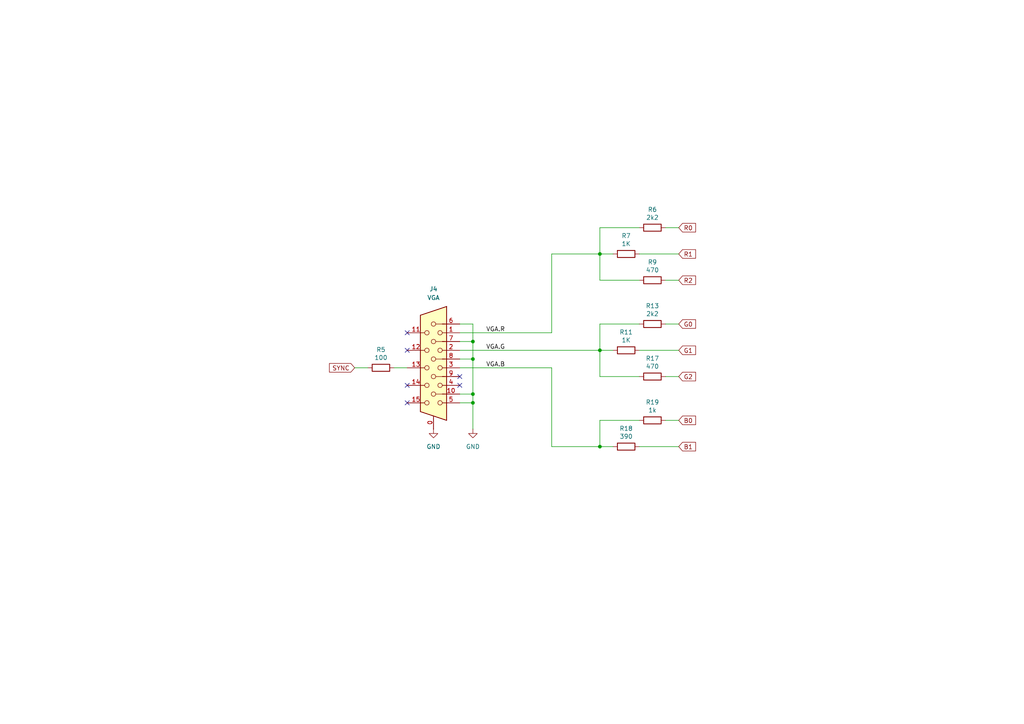
<source format=kicad_sch>
(kicad_sch (version 20231120) (generator "eeschema") (generator_version "8.0")
  (paper "A4")
  (title_block (title "VGA") (rev "A"))
  (lib_symbols
    (symbol "Connector:DE15_Receptacle_HighDensity_MountingHoles" (pin_names (offset 1.016) hide)
      (property "Reference" "J" (at 0 21.59 0))
      (property "Value" "DE15_Receptacle_HighDensity_MountingHoles" (at 0 19.05 0))
      (symbol "DE15_Receptacle_HighDensity_MountingHoles_0_1"
        (circle (center -1.905 -10.16) (radius 0.635))
        (circle (center -1.905 -5.08) (radius 0.635))
        (circle (center -1.905 0) (radius 0.635))
        (circle (center -1.905 5.08) (radius 0.635))
        (circle (center -1.905 10.16) (radius 0.635))
        (circle (center 0 -7.62) (radius 0.635))
        (circle (center 0 -2.54) (radius 0.635))
        (polyline (pts (xy -3.175 7.62) (xy -0.635 7.62)))
        (polyline (pts (xy -0.635 -7.62) (xy -3.175 -7.62)))
        (polyline (pts (xy -0.635 -2.54) (xy -3.175 -2.54)))
        (polyline (pts (xy -0.635 2.54) (xy -3.175 2.54)))
        (polyline (pts (xy -0.635 12.7) (xy -3.175 12.7)))
        (polyline (pts (xy -3.81 17.78) (xy -3.81 -15.24) (xy 3.81 -12.7) (xy 3.81 15.24) (xy -3.81 17.78)) (stroke (width 0.254)) (fill (type background)))
        (circle (center 0 2.54) (radius 0.635))
        (circle (center 0 7.62) (radius 0.635))
        (circle (center 0 12.7) (radius 0.635))
        (circle (center 1.905 -10.16) (radius 0.635))
        (circle (center 1.905 -5.08) (radius 0.635))
        (circle (center 1.905 0) (radius 0.635))
        (circle (center 1.905 5.08) (radius 0.635))
        (circle (center 1.905 10.16) (radius 0.635))
      )
      (symbol "DE15_Receptacle_HighDensity_MountingHoles_1_1"
        (pin passive line (at 0 -17.78 90) (length 3.81) (name "~") (number "0"))
        (pin passive line (at -7.62 10.16 0) (length 5.08) (name "~") (number "1"))
        (pin passive line (at -7.62 -7.62 0) (length 5.08) (name "~") (number "10"))
        (pin passive line (at 7.62 10.16 180) (length 5.08) (name "~") (number "11"))
        (pin passive line (at 7.62 5.08 180) (length 5.08) (name "~") (number "12"))
        (pin passive line (at 7.62 0 180) (length 5.08) (name "~") (number "13"))
        (pin passive line (at 7.62 -5.08 180) (length 5.08) (name "~") (number "14"))
        (pin passive line (at 7.62 -10.16 180) (length 5.08) (name "~") (number "15"))
        (pin passive line (at -7.62 5.08 0) (length 5.08) (name "~") (number "2"))
        (pin passive line (at -7.62 0 0) (length 5.08) (name "~") (number "3"))
        (pin passive line (at -7.62 -5.08 0) (length 5.08) (name "~") (number "4"))
        (pin passive line (at -7.62 -10.16 0) (length 5.08) (name "~") (number "5"))
        (pin passive line (at -7.62 12.7 0) (length 5.08) (name "~") (number "6"))
        (pin passive line (at -7.62 7.62 0) (length 5.08) (name "~") (number "7"))
        (pin passive line (at -7.62 2.54 0) (length 5.08) (name "~") (number "8"))
        (pin passive line (at -7.62 -2.54 0) (length 5.08) (name "~") (number "9"))
      )
    )
    (symbol "Device:R" (pin_numbers hide) (pin_names (offset 0))
      (property "Reference" "R" (at 2.032 0 90))
      (property "Value" "R" (at 0 0 90))
      (symbol "R_0_1"
        (rectangle (start -1.016 -2.54) (end 1.016 2.54) (stroke (width 0.254)))
      )
      (symbol "R_1_1"
        (pin passive line (at 0 3.81 270) (length 1.27) (name "~") (number "1"))
        (pin passive line (at 0 -3.81 90) (length 1.27) (name "~") (number "2"))
      )
    )
    (symbol "power:GND" (power) (pin_numbers hide) (pin_names (offset 0) hide)
      (property "Value" "GND" (at 0 -3.81 0))
      (symbol "GND_0_1"
        (polyline (pts (xy 0 0) (xy 0 -1.27) (xy 1.27 -1.27) (xy 0 -2.54) (xy -1.27 -1.27) (xy 0 -1.27)))
      )
      (symbol "GND_1_1"
        (pin power_in line (at 0 0 270) (length 0) (name "~") (number "1"))
      )
    )
  )
  (junction (at 173.99 129.54))
  (junction (at 173.99 101.6))
  (junction (at 137.16 114.3))
  (junction (at 137.16 116.84))
  (junction (at 137.16 99.06))
  (junction (at 173.99 73.66))
  (junction (at 137.16 104.14))
  (no_connect (at 118.11 96.52))
  (no_connect (at 118.11 116.84))
  (no_connect (at 118.11 101.6))
  (no_connect (at 133.35 111.76))
  (no_connect (at 118.11 111.76))
  (no_connect (at 133.35 109.22))
  (wire (pts (xy 173.99 93.98) (xy 173.99 101.6)))
  (wire (pts (xy 133.35 93.98) (xy 137.16 93.98)))
  (wire (pts (xy 160.02 73.66) (xy 160.02 96.52)))
  (wire (pts (xy 137.16 93.98) (xy 137.16 99.06)))
  (wire (pts (xy 173.99 66.04) (xy 173.99 73.66)))
  (wire (pts (xy 114.3 106.68) (xy 118.11 106.68)))
  (wire (pts (xy 160.02 106.68) (xy 160.02 129.54)))
  (wire (pts (xy 137.16 116.84) (xy 137.16 124.46)))
  (wire (pts (xy 185.42 109.22) (xy 173.99 109.22)))
  (wire (pts (xy 185.42 93.98) (xy 173.99 93.98)))
  (wire (pts (xy 185.42 101.6) (xy 196.85 101.6)))
  (wire (pts (xy 193.04 109.22) (xy 196.85 109.22)))
  (wire (pts (xy 173.99 121.92) (xy 173.99 129.54)))
  (wire (pts (xy 193.04 93.98) (xy 196.85 93.98)))
  (wire (pts (xy 185.42 129.54) (xy 196.85 129.54)))
  (wire (pts (xy 133.35 101.6) (xy 173.99 101.6)))
  (wire (pts (xy 193.04 121.92) (xy 196.85 121.92)))
  (wire (pts (xy 173.99 109.22) (xy 173.99 101.6)))
  (wire (pts (xy 133.35 106.68) (xy 160.02 106.68)))
  (wire (pts (xy 137.16 99.06) (xy 137.16 104.14)))
  (wire (pts (xy 173.99 101.6) (xy 177.8 101.6)))
  (wire (pts (xy 133.35 96.52) (xy 160.02 96.52)))
  (wire (pts (xy 137.16 116.84) (xy 133.35 116.84)))
  (wire (pts (xy 193.04 81.28) (xy 196.85 81.28)))
  (wire (pts (xy 185.42 121.92) (xy 173.99 121.92)))
  (wire (pts (xy 137.16 114.3) (xy 137.16 116.84)))
  (wire (pts (xy 102.87 106.68) (xy 106.68 106.68)))
  (wire (pts (xy 185.42 81.28) (xy 173.99 81.28)))
  (wire (pts (xy 185.42 73.66) (xy 196.85 73.66)))
  (wire (pts (xy 137.16 104.14) (xy 137.16 114.3)))
  (wire (pts (xy 193.04 66.04) (xy 196.85 66.04)))
  (wire (pts (xy 173.99 73.66) (xy 177.8 73.66)))
  (wire (pts (xy 133.35 99.06) (xy 137.16 99.06)))
  (wire (pts (xy 133.35 104.14) (xy 137.16 104.14)))
  (wire (pts (xy 173.99 73.66) (xy 160.02 73.66)))
  (wire (pts (xy 185.42 66.04) (xy 173.99 66.04)))
  (wire (pts (xy 173.99 129.54) (xy 177.8 129.54)))
  (wire (pts (xy 133.35 114.3) (xy 137.16 114.3)))
  (wire (pts (xy 173.99 129.54) (xy 160.02 129.54)))
  (wire (pts (xy 173.99 81.28) (xy 173.99 73.66)))
  (label "VGA.R" (at 140.97 96.52 0))
  (label "VGA.G" (at 140.97 101.6 0))
  (label "VGA.B" (at 140.97 106.68 0))
  (global_label "G1" (shape input) (at 196.85 101.6 0) (property "Intersheetrefs" "${INTERSHEET_REFS}" (effects (hide yes))))
  (global_label "SYNC" (shape input) (at 102.87 106.68 180) (property "Intersheetrefs" "${INTERSHEET_REFS}" (effects (hide yes))))
  (global_label "R1" (shape input) (at 196.85 73.66 0) (property "Intersheetrefs" "${INTERSHEET_REFS}" (effects (hide yes))))
  (global_label "G2" (shape input) (at 196.85 109.22 0) (property "Intersheetrefs" "${INTERSHEET_REFS}" (effects (hide yes))))
  (global_label "G0" (shape input) (at 196.85 93.98 0) (property "Intersheetrefs" "${INTERSHEET_REFS}" (effects (hide yes))))
  (global_label "B0" (shape input) (at 196.85 121.92 0) (property "Intersheetrefs" "${INTERSHEET_REFS}" (effects (hide yes))))
  (global_label "R2" (shape input) (at 196.85 81.28 0) (property "Intersheetrefs" "${INTERSHEET_REFS}" (effects (hide yes))))
  (global_label "R0" (shape input) (at 196.85 66.04 0) (property "Intersheetrefs" "${INTERSHEET_REFS}" (effects (hide yes))))
  (global_label "B1" (shape input) (at 196.85 129.54 0) (property "Intersheetrefs" "${INTERSHEET_REFS}" (effects (hide yes))))
  (symbol (lib_id "Device:R") (at 181.61 101.6 270) (unit 1)
    (property "Reference" "R11" (at 181.61 96.3422 90))
    (property "Value" "1K" (at 181.61 98.6536 90))
    (property "Footprint" "resistor:R_Axial_DIN0207_L6.3mm_D2.5mm_P10.16mm_Horizontal" (effects (hide yes)))
    (property "Description" "Resistor" (effects (hide yes)))
  )
  (symbol (lib_id "power:GND") (at 125.73 124.46 0) (unit 1)
    (property "Reference" "#PWR015" (effects (hide yes)))
    (property "Value" "GND" (at 125.73 129.54 0))
    (property "Description" "Power symbol creates a global label with name \"GND\" , ground" (effects (hide yes)))
  )
  (symbol (lib_id "Device:R") (at 189.23 81.28 270) (unit 1)
    (property "Reference" "R9" (at 189.23 76.0222 90))
    (property "Value" "470" (at 189.23 78.3336 90))
    (property "Footprint" "resistor:R_Axial_DIN0207_L6.3mm_D2.5mm_P10.16mm_Horizontal" (effects (hide yes)))
    (property "Description" "Resistor" (effects (hide yes)))
  )
  (symbol (lib_id "Device:R") (at 189.23 121.92 270) (unit 1)
    (property "Reference" "R19" (at 189.23 116.6622 90))
    (property "Value" "1k" (at 189.23 118.9736 90))
    (property "Footprint" "resistor:R_Axial_DIN0207_L6.3mm_D2.5mm_P10.16mm_Horizontal" (effects (hide yes)))
    (property "Description" "Resistor" (effects (hide yes)))
  )
  (symbol (lib_id "Device:R") (at 189.23 66.04 270) (unit 1)
    (property "Reference" "R6" (at 189.23 60.7822 90))
    (property "Value" "2k2" (at 189.23 63.0936 90))
    (property "Footprint" "resistor:R_Axial_DIN0207_L6.3mm_D2.5mm_P10.16mm_Horizontal" (effects (hide yes)))
    (property "Description" "Resistor" (effects (hide yes)))
  )
  (symbol (lib_id "Device:R") (at 189.23 93.98 270) (unit 1)
    (property "Reference" "R13" (at 189.23 88.7222 90))
    (property "Value" "2k2" (at 189.23 91.0336 90))
    (property "Footprint" "resistor:R_Axial_DIN0207_L6.3mm_D2.5mm_P10.16mm_Horizontal" (effects (hide yes)))
    (property "Description" "Resistor" (effects (hide yes)))
  )
  (symbol (lib_id "power:GND") (at 137.16 124.46 0) (unit 1)
    (property "Reference" "#PWR010" (effects (hide yes)))
    (property "Value" "GND" (at 137.16 129.54 0))
    (property "Description" "Power symbol creates a global label with name \"GND\" , ground" (effects (hide yes)))
  )
  (symbol (lib_id "Device:R") (at 189.23 109.22 270) (unit 1)
    (property "Reference" "R17" (at 189.23 103.9622 90))
    (property "Value" "470" (at 189.23 106.2736 90))
    (property "Footprint" "resistor:R_Axial_DIN0207_L6.3mm_D2.5mm_P10.16mm_Horizontal" (effects (hide yes)))
    (property "Description" "Resistor" (effects (hide yes)))
  )
  (symbol (lib_id "Device:R") (at 110.49 106.68 270) (unit 1)
    (property "Reference" "R5" (at 110.49 101.4222 90))
    (property "Value" "100" (at 110.49 103.7336 90))
    (property "Footprint" "resistor:R_Axial_DIN0207_L6.3mm_D2.5mm_P10.16mm_Horizontal" (effects (hide yes)))
    (property "Description" "Resistor" (effects (hide yes)))
  )
  (symbol (lib_id "Device:R") (at 181.61 73.66 270) (unit 1)
    (property "Reference" "R7" (at 181.61 68.4022 90))
    (property "Value" "1K" (at 181.61 70.7136 90))
    (property "Footprint" "resistor:R_Axial_DIN0207_L6.3mm_D2.5mm_P10.16mm_Horizontal" (effects (hide yes)))
    (property "Description" "Resistor" (effects (hide yes)))
  )
  (symbol (lib_id "Device:R") (at 181.61 129.54 270) (unit 1)
    (property "Reference" "R18" (at 181.61 124.2822 90))
    (property "Value" "390" (at 181.61 126.5936 90))
    (property "Footprint" "resistor:R_Axial_DIN0207_L6.3mm_D2.5mm_P10.16mm_Horizontal" (effects (hide yes)))
    (property "Description" "Resistor" (effects (hide yes)))
  )
  (symbol (lib_id "Connector:DE15_Receptacle_HighDensity_MountingHoles") (at 125.73 106.68 0) (mirror y) (unit 1)
    (property "Reference" "J4" (at 125.73 83.82 0))
    (property "Value" "VGA" (at 125.73 86.36 0))
    (property "Footprint" "VGA_DSUB:DSUB-15" (effects (hide yes)))
    (property "Datasheet" " ~" (effects (hide yes)))
    (property "Description" "15-pin female receptacle socket D-SUB connector, High density (3 columns), Triple Row, Generic, VGA-connector, Mounting Hole" (effects (hide yes)))
  )
)
</source>
